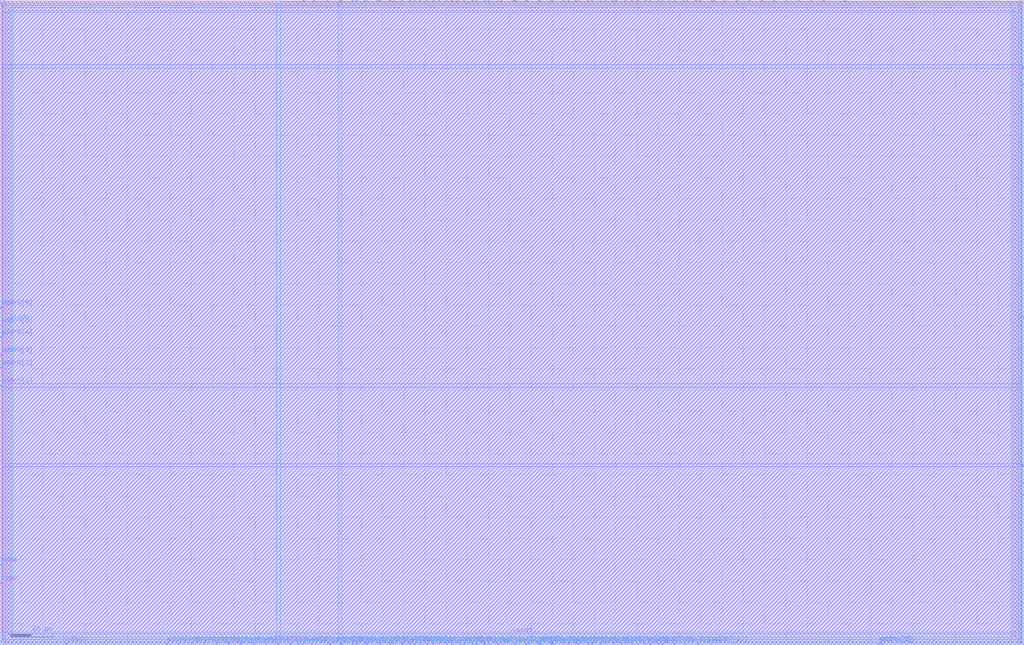
<source format=lef>
VERSION 5.4 ;
NAMESCASESENSITIVE ON ;
BUSBITCHARS "[]" ;
DIVIDERCHAR "/" ;
UNITS
  DATABASE MICRONS 2000 ;
END UNITS
MACRO dcache_data_ram
   CLASS BLOCK ;
   SIZE 482.1 BY 303.8 ;
   SYMMETRY X Y R90 ;
   PIN din0[0]
      DIRECTION INPUT ;
      PORT
         LAYER met4 ;
         RECT  130.82 0.0 131.2 0.38 ;
      END
   END din0[0]
   PIN din0[1]
      DIRECTION INPUT ;
      PORT
         LAYER met4 ;
         RECT  136.66 0.0 137.04 0.38 ;
      END
   END din0[1]
   PIN din0[2]
      DIRECTION INPUT ;
      PORT
         LAYER met4 ;
         RECT  142.5 0.0 142.88 0.38 ;
      END
   END din0[2]
   PIN din0[3]
      DIRECTION INPUT ;
      PORT
         LAYER met4 ;
         RECT  148.34 0.0 148.72 0.38 ;
      END
   END din0[3]
   PIN din0[4]
      DIRECTION INPUT ;
      PORT
         LAYER met4 ;
         RECT  154.18 0.0 154.56 0.38 ;
      END
   END din0[4]
   PIN din0[5]
      DIRECTION INPUT ;
      PORT
         LAYER met4 ;
         RECT  160.02 0.0 160.4 0.38 ;
      END
   END din0[5]
   PIN din0[6]
      DIRECTION INPUT ;
      PORT
         LAYER met4 ;
         RECT  165.86 0.0 166.24 0.38 ;
      END
   END din0[6]
   PIN din0[7]
      DIRECTION INPUT ;
      PORT
         LAYER met4 ;
         RECT  171.7 0.0 172.08 0.38 ;
      END
   END din0[7]
   PIN din0[8]
      DIRECTION INPUT ;
      PORT
         LAYER met4 ;
         RECT  177.54 0.0 177.92 0.38 ;
      END
   END din0[8]
   PIN din0[9]
      DIRECTION INPUT ;
      PORT
         LAYER met4 ;
         RECT  183.38 0.0 183.76 0.38 ;
      END
   END din0[9]
   PIN din0[10]
      DIRECTION INPUT ;
      PORT
         LAYER met4 ;
         RECT  189.22 0.0 189.6 0.38 ;
      END
   END din0[10]
   PIN din0[11]
      DIRECTION INPUT ;
      PORT
         LAYER met4 ;
         RECT  195.06 0.0 195.44 0.38 ;
      END
   END din0[11]
   PIN din0[12]
      DIRECTION INPUT ;
      PORT
         LAYER met4 ;
         RECT  200.9 0.0 201.28 0.38 ;
      END
   END din0[12]
   PIN din0[13]
      DIRECTION INPUT ;
      PORT
         LAYER met4 ;
         RECT  206.74 0.0 207.12 0.38 ;
      END
   END din0[13]
   PIN din0[14]
      DIRECTION INPUT ;
      PORT
         LAYER met4 ;
         RECT  212.58 0.0 212.96 0.38 ;
      END
   END din0[14]
   PIN din0[15]
      DIRECTION INPUT ;
      PORT
         LAYER met4 ;
         RECT  218.42 0.0 218.8 0.38 ;
      END
   END din0[15]
   PIN din0[16]
      DIRECTION INPUT ;
      PORT
         LAYER met4 ;
         RECT  224.26 0.0 224.64 0.38 ;
      END
   END din0[16]
   PIN din0[17]
      DIRECTION INPUT ;
      PORT
         LAYER met4 ;
         RECT  230.1 0.0 230.48 0.38 ;
      END
   END din0[17]
   PIN din0[18]
      DIRECTION INPUT ;
      PORT
         LAYER met4 ;
         RECT  235.94 0.0 236.32 0.38 ;
      END
   END din0[18]
   PIN din0[19]
      DIRECTION INPUT ;
      PORT
         LAYER met4 ;
         RECT  241.78 0.0 242.16 0.38 ;
      END
   END din0[19]
   PIN din0[20]
      DIRECTION INPUT ;
      PORT
         LAYER met4 ;
         RECT  247.62 0.0 248.0 0.38 ;
      END
   END din0[20]
   PIN din0[21]
      DIRECTION INPUT ;
      PORT
         LAYER met4 ;
         RECT  253.46 0.0 253.84 0.38 ;
      END
   END din0[21]
   PIN din0[22]
      DIRECTION INPUT ;
      PORT
         LAYER met4 ;
         RECT  259.3 0.0 259.68 0.38 ;
      END
   END din0[22]
   PIN din0[23]
      DIRECTION INPUT ;
      PORT
         LAYER met4 ;
         RECT  265.14 0.0 265.52 0.38 ;
      END
   END din0[23]
   PIN din0[24]
      DIRECTION INPUT ;
      PORT
         LAYER met4 ;
         RECT  270.98 0.0 271.36 0.38 ;
      END
   END din0[24]
   PIN din0[25]
      DIRECTION INPUT ;
      PORT
         LAYER met4 ;
         RECT  276.82 0.0 277.2 0.38 ;
      END
   END din0[25]
   PIN din0[26]
      DIRECTION INPUT ;
      PORT
         LAYER met4 ;
         RECT  282.66 0.0 283.04 0.38 ;
      END
   END din0[26]
   PIN din0[27]
      DIRECTION INPUT ;
      PORT
         LAYER met4 ;
         RECT  288.5 0.0 288.88 0.38 ;
      END
   END din0[27]
   PIN din0[28]
      DIRECTION INPUT ;
      PORT
         LAYER met4 ;
         RECT  294.34 0.0 294.72 0.38 ;
      END
   END din0[28]
   PIN din0[29]
      DIRECTION INPUT ;
      PORT
         LAYER met4 ;
         RECT  300.18 0.0 300.56 0.38 ;
      END
   END din0[29]
   PIN din0[30]
      DIRECTION INPUT ;
      PORT
         LAYER met4 ;
         RECT  306.02 0.0 306.4 0.38 ;
      END
   END din0[30]
   PIN din0[31]
      DIRECTION INPUT ;
      PORT
         LAYER met4 ;
         RECT  311.86 0.0 312.24 0.38 ;
      END
   END din0[31]
   PIN din1[0]
      DIRECTION INPUT ;
      PORT
         LAYER met4 ;
         RECT  159.88 303.42 160.26 303.8 ;
      END
   END din1[0]
   PIN din1[1]
      DIRECTION INPUT ;
      PORT
         LAYER met4 ;
         RECT  165.72 303.42 166.1 303.8 ;
      END
   END din1[1]
   PIN din1[2]
      DIRECTION INPUT ;
      PORT
         LAYER met4 ;
         RECT  171.56 303.42 171.94 303.8 ;
      END
   END din1[2]
   PIN din1[3]
      DIRECTION INPUT ;
      PORT
         LAYER met4 ;
         RECT  177.4 303.42 177.78 303.8 ;
      END
   END din1[3]
   PIN din1[4]
      DIRECTION INPUT ;
      PORT
         LAYER met4 ;
         RECT  183.24 303.42 183.62 303.8 ;
      END
   END din1[4]
   PIN din1[5]
      DIRECTION INPUT ;
      PORT
         LAYER met4 ;
         RECT  189.08 303.42 189.46 303.8 ;
      END
   END din1[5]
   PIN din1[6]
      DIRECTION INPUT ;
      PORT
         LAYER met4 ;
         RECT  194.92 303.42 195.3 303.8 ;
      END
   END din1[6]
   PIN din1[7]
      DIRECTION INPUT ;
      PORT
         LAYER met4 ;
         RECT  200.76 303.42 201.14 303.8 ;
      END
   END din1[7]
   PIN din1[8]
      DIRECTION INPUT ;
      PORT
         LAYER met4 ;
         RECT  206.6 303.42 206.98 303.8 ;
      END
   END din1[8]
   PIN din1[9]
      DIRECTION INPUT ;
      PORT
         LAYER met4 ;
         RECT  212.44 303.42 212.82 303.8 ;
      END
   END din1[9]
   PIN din1[10]
      DIRECTION INPUT ;
      PORT
         LAYER met4 ;
         RECT  218.28 303.42 218.66 303.8 ;
      END
   END din1[10]
   PIN din1[11]
      DIRECTION INPUT ;
      PORT
         LAYER met4 ;
         RECT  224.12 303.42 224.5 303.8 ;
      END
   END din1[11]
   PIN din1[12]
      DIRECTION INPUT ;
      PORT
         LAYER met4 ;
         RECT  229.96 303.42 230.34 303.8 ;
      END
   END din1[12]
   PIN din1[13]
      DIRECTION INPUT ;
      PORT
         LAYER met4 ;
         RECT  235.8 303.42 236.18 303.8 ;
      END
   END din1[13]
   PIN din1[14]
      DIRECTION INPUT ;
      PORT
         LAYER met4 ;
         RECT  241.64 303.42 242.02 303.8 ;
      END
   END din1[14]
   PIN din1[15]
      DIRECTION INPUT ;
      PORT
         LAYER met4 ;
         RECT  247.48 303.42 247.86 303.8 ;
      END
   END din1[15]
   PIN din1[16]
      DIRECTION INPUT ;
      PORT
         LAYER met4 ;
         RECT  253.32 303.42 253.7 303.8 ;
      END
   END din1[16]
   PIN din1[17]
      DIRECTION INPUT ;
      PORT
         LAYER met4 ;
         RECT  259.16 303.42 259.54 303.8 ;
      END
   END din1[17]
   PIN din1[18]
      DIRECTION INPUT ;
      PORT
         LAYER met4 ;
         RECT  265.0 303.42 265.38 303.8 ;
      END
   END din1[18]
   PIN din1[19]
      DIRECTION INPUT ;
      PORT
         LAYER met4 ;
         RECT  270.84 303.42 271.22 303.8 ;
      END
   END din1[19]
   PIN din1[20]
      DIRECTION INPUT ;
      PORT
         LAYER met4 ;
         RECT  276.68 303.42 277.06 303.8 ;
      END
   END din1[20]
   PIN din1[21]
      DIRECTION INPUT ;
      PORT
         LAYER met4 ;
         RECT  282.52 303.42 282.9 303.8 ;
      END
   END din1[21]
   PIN din1[22]
      DIRECTION INPUT ;
      PORT
         LAYER met4 ;
         RECT  288.36 303.42 288.74 303.8 ;
      END
   END din1[22]
   PIN din1[23]
      DIRECTION INPUT ;
      PORT
         LAYER met4 ;
         RECT  294.2 303.42 294.58 303.8 ;
      END
   END din1[23]
   PIN din1[24]
      DIRECTION INPUT ;
      PORT
         LAYER met4 ;
         RECT  300.04 303.42 300.42 303.8 ;
      END
   END din1[24]
   PIN din1[25]
      DIRECTION INPUT ;
      PORT
         LAYER met4 ;
         RECT  305.88 303.42 306.26 303.8 ;
      END
   END din1[25]
   PIN din1[26]
      DIRECTION INPUT ;
      PORT
         LAYER met4 ;
         RECT  311.72 303.42 312.1 303.8 ;
      END
   END din1[26]
   PIN din1[27]
      DIRECTION INPUT ;
      PORT
         LAYER met4 ;
         RECT  317.56 303.42 317.94 303.8 ;
      END
   END din1[27]
   PIN din1[28]
      DIRECTION INPUT ;
      PORT
         LAYER met4 ;
         RECT  323.4 303.42 323.78 303.8 ;
      END
   END din1[28]
   PIN din1[29]
      DIRECTION INPUT ;
      PORT
         LAYER met4 ;
         RECT  329.24 303.42 329.62 303.8 ;
      END
   END din1[29]
   PIN din1[30]
      DIRECTION INPUT ;
      PORT
         LAYER met4 ;
         RECT  335.08 303.42 335.46 303.8 ;
      END
   END din1[30]
   PIN din1[31]
      DIRECTION INPUT ;
      PORT
         LAYER met4 ;
         RECT  340.92 303.42 341.3 303.8 ;
      END
   END din1[31]
   PIN addr0[0]
      DIRECTION INPUT ;
      PORT
         LAYER met4 ;
         RECT  78.26 0.0 78.64 0.38 ;
      END
   END addr0[0]
   PIN addr0[1]
      DIRECTION INPUT ;
      PORT
         LAYER met3 ;
         RECT  0.0 121.87 0.38 122.25 ;
      END
   END addr0[1]
   PIN addr0[2]
      DIRECTION INPUT ;
      PORT
         LAYER met3 ;
         RECT  0.0 130.37 0.38 130.75 ;
      END
   END addr0[2]
   PIN addr0[3]
      DIRECTION INPUT ;
      PORT
         LAYER met3 ;
         RECT  0.0 136.275 0.38 136.655 ;
      END
   END addr0[3]
   PIN addr0[4]
      DIRECTION INPUT ;
      PORT
         LAYER met3 ;
         RECT  0.0 144.675 0.38 145.055 ;
      END
   END addr0[4]
   PIN addr0[5]
      DIRECTION INPUT ;
      PORT
         LAYER met3 ;
         RECT  0.0 150.15 0.38 150.53 ;
      END
   END addr0[5]
   PIN addr0[6]
      DIRECTION INPUT ;
      PORT
         LAYER met3 ;
         RECT  0.0 158.65 0.38 159.03 ;
      END
   END addr0[6]
   PIN addr1[0]
      DIRECTION INPUT ;
      PORT
         LAYER met4 ;
         RECT  397.62 303.42 398.0 303.8 ;
      END
   END addr1[0]
   PIN addr1[1]
      DIRECTION INPUT ;
      PORT
         LAYER met3 ;
         RECT  481.72 84.385 482.1 84.765 ;
      END
   END addr1[1]
   PIN addr1[2]
      DIRECTION INPUT ;
      PORT
         LAYER met3 ;
         RECT  481.72 75.985 482.1 76.365 ;
      END
   END addr1[2]
   PIN addr1[3]
      DIRECTION INPUT ;
      PORT
         LAYER met3 ;
         RECT  481.72 70.49 482.1 70.87 ;
      END
   END addr1[3]
   PIN addr1[4]
      DIRECTION INPUT ;
      PORT
         LAYER met4 ;
         RECT  413.705 0.0 414.085 0.38 ;
      END
   END addr1[4]
   PIN addr1[5]
      DIRECTION INPUT ;
      PORT
         LAYER met4 ;
         RECT  414.395 0.0 414.775 0.38 ;
      END
   END addr1[5]
   PIN addr1[6]
      DIRECTION INPUT ;
      PORT
         LAYER met4 ;
         RECT  415.14 0.0 415.52 0.38 ;
      END
   END addr1[6]
   PIN csb0
      DIRECTION INPUT ;
      PORT
         LAYER met3 ;
         RECT  0.0 28.89 0.38 29.27 ;
      END
   END csb0
   PIN csb1
      DIRECTION INPUT ;
      PORT
         LAYER met3 ;
         RECT  481.72 272.16 482.1 272.54 ;
      END
   END csb1
   PIN web0
      DIRECTION INPUT ;
      PORT
         LAYER met3 ;
         RECT  0.0 37.39 0.38 37.77 ;
      END
   END web0
   PIN web1
      DIRECTION INPUT ;
      PORT
         LAYER met3 ;
         RECT  481.72 263.66 482.1 264.04 ;
      END
   END web1
   PIN clk0
      DIRECTION INPUT ;
      PORT
         LAYER met4 ;
         RECT  31.1 0.0 31.48 0.38 ;
      END
   END clk0
   PIN clk1
      DIRECTION INPUT ;
      PORT
         LAYER met3 ;
         RECT  481.72 271.415 482.1 271.795 ;
      END
   END clk1
   PIN wmask0[0]
      DIRECTION INPUT ;
      PORT
         LAYER met4 ;
         RECT  84.1 0.0 84.48 0.38 ;
      END
   END wmask0[0]
   PIN wmask0[1]
      DIRECTION INPUT ;
      PORT
         LAYER met4 ;
         RECT  89.94 0.0 90.32 0.38 ;
      END
   END wmask0[1]
   PIN wmask0[2]
      DIRECTION INPUT ;
      PORT
         LAYER met4 ;
         RECT  95.78 0.0 96.16 0.38 ;
      END
   END wmask0[2]
   PIN wmask0[3]
      DIRECTION INPUT ;
      PORT
         LAYER met4 ;
         RECT  101.62 0.0 102.0 0.38 ;
      END
   END wmask0[3]
   PIN wmask0[4]
      DIRECTION INPUT ;
      PORT
         LAYER met4 ;
         RECT  107.46 0.0 107.84 0.38 ;
      END
   END wmask0[4]
   PIN wmask0[5]
      DIRECTION INPUT ;
      PORT
         LAYER met4 ;
         RECT  113.3 0.0 113.68 0.38 ;
      END
   END wmask0[5]
   PIN wmask0[6]
      DIRECTION INPUT ;
      PORT
         LAYER met4 ;
         RECT  119.14 0.0 119.52 0.38 ;
      END
   END wmask0[6]
   PIN wmask0[7]
      DIRECTION INPUT ;
      PORT
         LAYER met4 ;
         RECT  124.98 0.0 125.36 0.38 ;
      END
   END wmask0[7]
   PIN wmask1[0]
      DIRECTION INPUT ;
      PORT
         LAYER met4 ;
         RECT  346.76 303.42 347.14 303.8 ;
      END
   END wmask1[0]
   PIN wmask1[1]
      DIRECTION INPUT ;
      PORT
         LAYER met4 ;
         RECT  352.6 303.42 352.98 303.8 ;
      END
   END wmask1[1]
   PIN wmask1[2]
      DIRECTION INPUT ;
      PORT
         LAYER met4 ;
         RECT  358.44 303.42 358.82 303.8 ;
      END
   END wmask1[2]
   PIN wmask1[3]
      DIRECTION INPUT ;
      PORT
         LAYER met4 ;
         RECT  364.28 303.42 364.66 303.8 ;
      END
   END wmask1[3]
   PIN wmask1[4]
      DIRECTION INPUT ;
      PORT
         LAYER met4 ;
         RECT  370.12 303.42 370.5 303.8 ;
      END
   END wmask1[4]
   PIN wmask1[5]
      DIRECTION INPUT ;
      PORT
         LAYER met4 ;
         RECT  375.96 303.42 376.34 303.8 ;
      END
   END wmask1[5]
   PIN wmask1[6]
      DIRECTION INPUT ;
      PORT
         LAYER met4 ;
         RECT  381.8 303.42 382.18 303.8 ;
      END
   END wmask1[6]
   PIN wmask1[7]
      DIRECTION INPUT ;
      PORT
         LAYER met4 ;
         RECT  387.64 303.42 388.02 303.8 ;
      END
   END wmask1[7]
   PIN dout0[0]
      DIRECTION OUTPUT ;
      PORT
         LAYER met4 ;
         RECT  140.12 0.0 140.5 0.38 ;
      END
   END dout0[0]
   PIN dout0[1]
      DIRECTION OUTPUT ;
      PORT
         LAYER met4 ;
         RECT  146.535 0.0 146.915 0.38 ;
      END
   END dout0[1]
   PIN dout0[2]
      DIRECTION OUTPUT ;
      PORT
         LAYER met4 ;
         RECT  155.245 0.0 155.625 0.38 ;
      END
   END dout0[2]
   PIN dout0[3]
      DIRECTION OUTPUT ;
      PORT
         LAYER met4 ;
         RECT  160.71 0.0 161.09 0.38 ;
      END
   END dout0[3]
   PIN dout0[4]
      DIRECTION OUTPUT ;
      PORT
         LAYER met4 ;
         RECT  167.725 0.0 168.105 0.38 ;
      END
   END dout0[4]
   PIN dout0[5]
      DIRECTION OUTPUT ;
      PORT
         LAYER met4 ;
         RECT  172.585 0.0 172.965 0.38 ;
      END
   END dout0[5]
   PIN dout0[6]
      DIRECTION OUTPUT ;
      PORT
         LAYER met4 ;
         RECT  178.825 0.0 179.205 0.38 ;
      END
   END dout0[6]
   PIN dout0[7]
      DIRECTION OUTPUT ;
      PORT
         LAYER met4 ;
         RECT  185.065 0.0 185.445 0.38 ;
      END
   END dout0[7]
   PIN dout0[8]
      DIRECTION OUTPUT ;
      PORT
         LAYER met4 ;
         RECT  192.685 0.0 193.065 0.38 ;
      END
   END dout0[8]
   PIN dout0[9]
      DIRECTION OUTPUT ;
      PORT
         LAYER met4 ;
         RECT  197.545 0.0 197.925 0.38 ;
      END
   END dout0[9]
   PIN dout0[10]
      DIRECTION OUTPUT ;
      PORT
         LAYER met4 ;
         RECT  203.785 0.0 204.165 0.38 ;
      END
   END dout0[10]
   PIN dout0[11]
      DIRECTION OUTPUT ;
      PORT
         LAYER met4 ;
         RECT  210.025 0.0 210.405 0.38 ;
      END
   END dout0[11]
   PIN dout0[12]
      DIRECTION OUTPUT ;
      PORT
         LAYER met4 ;
         RECT  216.52 0.0 216.9 0.38 ;
      END
   END dout0[12]
   PIN dout0[13]
      DIRECTION OUTPUT ;
      PORT
         LAYER met4 ;
         RECT  222.455 0.0 222.835 0.38 ;
      END
   END dout0[13]
   PIN dout0[14]
      DIRECTION OUTPUT ;
      PORT
         LAYER met4 ;
         RECT  228.06 0.0 228.44 0.38 ;
      END
   END dout0[14]
   PIN dout0[15]
      DIRECTION OUTPUT ;
      PORT
         LAYER met4 ;
         RECT  234.135 0.0 234.515 0.38 ;
      END
   END dout0[15]
   PIN dout0[16]
      DIRECTION OUTPUT ;
      PORT
         LAYER met4 ;
         RECT  242.605 0.0 242.985 0.38 ;
      END
   END dout0[16]
   PIN dout0[17]
      DIRECTION OUTPUT ;
      PORT
         LAYER met4 ;
         RECT  248.845 0.0 249.225 0.38 ;
      END
   END dout0[17]
   PIN dout0[18]
      DIRECTION OUTPUT ;
      PORT
         LAYER met4 ;
         RECT  254.15 0.0 254.53 0.38 ;
      END
   END dout0[18]
   PIN dout0[19]
      DIRECTION OUTPUT ;
      PORT
         LAYER met4 ;
         RECT  260.005 0.0 260.385 0.38 ;
      END
   END dout0[19]
   PIN dout0[20]
      DIRECTION OUTPUT ;
      PORT
         LAYER met4 ;
         RECT  267.565 0.0 267.945 0.38 ;
      END
   END dout0[20]
   PIN dout0[21]
      DIRECTION OUTPUT ;
      PORT
         LAYER met4 ;
         RECT  272.425 0.0 272.805 0.38 ;
      END
   END dout0[21]
   PIN dout0[22]
      DIRECTION OUTPUT ;
      PORT
         LAYER met4 ;
         RECT  278.665 0.0 279.045 0.38 ;
      END
   END dout0[22]
   PIN dout0[23]
      DIRECTION OUTPUT ;
      PORT
         LAYER met4 ;
         RECT  284.905 0.0 285.285 0.38 ;
      END
   END dout0[23]
   PIN dout0[24]
      DIRECTION OUTPUT ;
      PORT
         LAYER met4 ;
         RECT  292.525 0.0 292.905 0.38 ;
      END
   END dout0[24]
   PIN dout0[25]
      DIRECTION OUTPUT ;
      PORT
         LAYER met4 ;
         RECT  297.385 0.0 297.765 0.38 ;
      END
   END dout0[25]
   PIN dout0[26]
      DIRECTION OUTPUT ;
      PORT
         LAYER met4 ;
         RECT  303.625 0.0 304.005 0.38 ;
      END
   END dout0[26]
   PIN dout0[27]
      DIRECTION OUTPUT ;
      PORT
         LAYER met4 ;
         RECT  309.865 0.0 310.245 0.38 ;
      END
   END dout0[27]
   PIN dout0[28]
      DIRECTION OUTPUT ;
      PORT
         LAYER met4 ;
         RECT  317.485 0.0 317.865 0.38 ;
      END
   END dout0[28]
   PIN dout0[29]
      DIRECTION OUTPUT ;
      PORT
         LAYER met4 ;
         RECT  322.345 0.0 322.725 0.38 ;
      END
   END dout0[29]
   PIN dout0[30]
      DIRECTION OUTPUT ;
      PORT
         LAYER met4 ;
         RECT  328.585 0.0 328.965 0.38 ;
      END
   END dout0[30]
   PIN dout0[31]
      DIRECTION OUTPUT ;
      PORT
         LAYER met4 ;
         RECT  334.825 0.0 335.205 0.38 ;
      END
   END dout0[31]
   PIN dout1[0]
      DIRECTION OUTPUT ;
      PORT
         LAYER met4 ;
         RECT  142.765 303.42 143.145 303.8 ;
      END
   END dout1[0]
   PIN dout1[1]
      DIRECTION OUTPUT ;
      PORT
         LAYER met4 ;
         RECT  147.625 303.42 148.005 303.8 ;
      END
   END dout1[1]
   PIN dout1[2]
      DIRECTION OUTPUT ;
      PORT
         LAYER met4 ;
         RECT  153.865 303.42 154.245 303.8 ;
      END
   END dout1[2]
   PIN dout1[3]
      DIRECTION OUTPUT ;
      PORT
         LAYER met4 ;
         RECT  160.57 303.42 160.95 303.8 ;
      END
   END dout1[3]
   PIN dout1[4]
      DIRECTION OUTPUT ;
      PORT
         LAYER met4 ;
         RECT  167.725 303.42 168.105 303.8 ;
      END
   END dout1[4]
   PIN dout1[5]
      DIRECTION OUTPUT ;
      PORT
         LAYER met4 ;
         RECT  172.585 303.42 172.965 303.8 ;
      END
   END dout1[5]
   PIN dout1[6]
      DIRECTION OUTPUT ;
      PORT
         LAYER met4 ;
         RECT  178.825 303.42 179.205 303.8 ;
      END
   END dout1[6]
   PIN dout1[7]
      DIRECTION OUTPUT ;
      PORT
         LAYER met4 ;
         RECT  185.065 303.42 185.445 303.8 ;
      END
   END dout1[7]
   PIN dout1[8]
      DIRECTION OUTPUT ;
      PORT
         LAYER met4 ;
         RECT  192.685 303.42 193.065 303.8 ;
      END
   END dout1[8]
   PIN dout1[9]
      DIRECTION OUTPUT ;
      PORT
         LAYER met4 ;
         RECT  197.545 303.42 197.925 303.8 ;
      END
   END dout1[9]
   PIN dout1[10]
      DIRECTION OUTPUT ;
      PORT
         LAYER met4 ;
         RECT  203.785 303.42 204.165 303.8 ;
      END
   END dout1[10]
   PIN dout1[11]
      DIRECTION OUTPUT ;
      PORT
         LAYER met4 ;
         RECT  210.025 303.42 210.405 303.8 ;
      END
   END dout1[11]
   PIN dout1[12]
      DIRECTION OUTPUT ;
      PORT
         LAYER met4 ;
         RECT  215.0 303.42 215.38 303.8 ;
      END
   END dout1[12]
   PIN dout1[13]
      DIRECTION OUTPUT ;
      PORT
         LAYER met4 ;
         RECT  222.315 303.42 222.695 303.8 ;
      END
   END dout1[13]
   PIN dout1[14]
      DIRECTION OUTPUT ;
      PORT
         LAYER met4 ;
         RECT  228.06 303.42 228.44 303.8 ;
      END
   END dout1[14]
   PIN dout1[15]
      DIRECTION OUTPUT ;
      PORT
         LAYER met4 ;
         RECT  233.995 303.42 234.375 303.8 ;
      END
   END dout1[15]
   PIN dout1[16]
      DIRECTION OUTPUT ;
      PORT
         LAYER met4 ;
         RECT  242.605 303.42 242.985 303.8 ;
      END
   END dout1[16]
   PIN dout1[17]
      DIRECTION OUTPUT ;
      PORT
         LAYER met4 ;
         RECT  248.17 303.42 248.55 303.8 ;
      END
   END dout1[17]
   PIN dout1[18]
      DIRECTION OUTPUT ;
      PORT
         LAYER met4 ;
         RECT  254.01 303.42 254.39 303.8 ;
      END
   END dout1[18]
   PIN dout1[19]
      DIRECTION OUTPUT ;
      PORT
         LAYER met4 ;
         RECT  259.945 303.42 260.325 303.8 ;
      END
   END dout1[19]
   PIN dout1[20]
      DIRECTION OUTPUT ;
      PORT
         LAYER met4 ;
         RECT  267.565 303.42 267.945 303.8 ;
      END
   END dout1[20]
   PIN dout1[21]
      DIRECTION OUTPUT ;
      PORT
         LAYER met4 ;
         RECT  272.425 303.42 272.805 303.8 ;
      END
   END dout1[21]
   PIN dout1[22]
      DIRECTION OUTPUT ;
      PORT
         LAYER met4 ;
         RECT  278.665 303.42 279.045 303.8 ;
      END
   END dout1[22]
   PIN dout1[23]
      DIRECTION OUTPUT ;
      PORT
         LAYER met4 ;
         RECT  284.905 303.42 285.285 303.8 ;
      END
   END dout1[23]
   PIN dout1[24]
      DIRECTION OUTPUT ;
      PORT
         LAYER met4 ;
         RECT  289.88 303.42 290.26 303.8 ;
      END
   END dout1[24]
   PIN dout1[25]
      DIRECTION OUTPUT ;
      PORT
         LAYER met4 ;
         RECT  297.385 303.42 297.765 303.8 ;
      END
   END dout1[25]
   PIN dout1[26]
      DIRECTION OUTPUT ;
      PORT
         LAYER met4 ;
         RECT  303.625 303.42 304.005 303.8 ;
      END
   END dout1[26]
   PIN dout1[27]
      DIRECTION OUTPUT ;
      PORT
         LAYER met4 ;
         RECT  309.865 303.42 310.245 303.8 ;
      END
   END dout1[27]
   PIN dout1[28]
      DIRECTION OUTPUT ;
      PORT
         LAYER met4 ;
         RECT  314.84 303.42 315.22 303.8 ;
      END
   END dout1[28]
   PIN dout1[29]
      DIRECTION OUTPUT ;
      PORT
         LAYER met4 ;
         RECT  321.595 303.42 321.975 303.8 ;
      END
   END dout1[29]
   PIN dout1[30]
      DIRECTION OUTPUT ;
      PORT
         LAYER met4 ;
         RECT  327.435 303.42 327.815 303.8 ;
      END
   END dout1[30]
   PIN dout1[31]
      DIRECTION OUTPUT ;
      PORT
         LAYER met4 ;
         RECT  336.205 303.42 336.585 303.8 ;
      END
   END dout1[31]
   PIN vccd1
      DIRECTION INOUT ;
      USE POWER ; 
      SHAPE ABUTMENT ; 
      PORT
         LAYER met3 ;
         RECT  0.0 0.0 482.1 1.74 ;
         LAYER met4 ;
         RECT  0.0 0.0 1.74 303.8 ;
         LAYER met3 ;
         RECT  0.0 302.06 482.1 303.8 ;
         LAYER met4 ;
         RECT  480.36 0.0 482.1 303.8 ;
      END
   END vccd1
   PIN vssd1
      DIRECTION INOUT ;
      USE GROUND ; 
      SHAPE ABUTMENT ; 
      PORT
         LAYER met3 ;
         RECT  3.48 298.58 478.62 300.32 ;
         LAYER met4 ;
         RECT  476.88 3.48 478.62 300.32 ;
         LAYER met4 ;
         RECT  3.48 3.48 5.22 300.32 ;
         LAYER met3 ;
         RECT  3.48 3.48 478.62 5.22 ;
      END
   END vssd1
   OBS
   LAYER  met1 ;
      RECT  0.62 0.62 481.48 303.18 ;
   LAYER  met2 ;
      RECT  0.62 0.62 481.48 303.18 ;
   LAYER  met3 ;
      RECT  0.98 121.27 481.48 122.85 ;
      RECT  0.62 122.85 0.98 129.77 ;
      RECT  0.62 131.35 0.98 135.675 ;
      RECT  0.62 137.255 0.98 144.075 ;
      RECT  0.62 145.655 0.98 149.55 ;
      RECT  0.62 151.13 0.98 158.05 ;
      RECT  0.98 83.785 481.12 85.365 ;
      RECT  0.98 85.365 481.12 121.27 ;
      RECT  481.12 85.365 481.48 121.27 ;
      RECT  481.12 76.965 481.48 83.785 ;
      RECT  481.12 71.47 481.48 75.385 ;
      RECT  0.98 122.85 481.12 271.56 ;
      RECT  0.98 271.56 481.12 273.14 ;
      RECT  0.62 29.87 0.98 36.79 ;
      RECT  0.62 38.37 0.98 121.27 ;
      RECT  481.12 122.85 481.48 263.06 ;
      RECT  481.12 264.64 481.48 270.815 ;
      RECT  481.12 2.34 481.48 69.89 ;
      RECT  0.62 2.34 0.98 28.29 ;
      RECT  0.62 159.63 0.98 301.46 ;
      RECT  481.12 273.14 481.48 301.46 ;
      RECT  0.98 273.14 2.88 297.98 ;
      RECT  0.98 297.98 2.88 300.92 ;
      RECT  0.98 300.92 2.88 301.46 ;
      RECT  2.88 273.14 479.22 297.98 ;
      RECT  2.88 300.92 479.22 301.46 ;
      RECT  479.22 273.14 481.12 297.98 ;
      RECT  479.22 297.98 481.12 300.92 ;
      RECT  479.22 300.92 481.12 301.46 ;
      RECT  0.98 2.34 2.88 2.88 ;
      RECT  0.98 2.88 2.88 5.82 ;
      RECT  0.98 5.82 2.88 83.785 ;
      RECT  2.88 2.34 479.22 2.88 ;
      RECT  2.88 5.82 479.22 83.785 ;
      RECT  479.22 2.34 481.12 2.88 ;
      RECT  479.22 2.88 481.12 5.82 ;
      RECT  479.22 5.82 481.12 83.785 ;
   LAYER  met4 ;
      RECT  130.22 0.98 131.8 303.18 ;
      RECT  131.8 0.62 136.06 0.98 ;
      RECT  149.32 0.62 153.58 0.98 ;
      RECT  236.92 0.62 241.18 0.98 ;
      RECT  131.8 0.98 159.28 302.82 ;
      RECT  159.28 0.98 160.86 302.82 ;
      RECT  236.78 302.82 241.04 303.18 ;
      RECT  330.22 302.82 334.48 303.18 ;
      RECT  32.08 0.62 77.66 0.98 ;
      RECT  79.24 0.62 83.5 0.98 ;
      RECT  85.08 0.62 89.34 0.98 ;
      RECT  90.92 0.62 95.18 0.98 ;
      RECT  96.76 0.62 101.02 0.98 ;
      RECT  102.6 0.62 106.86 0.98 ;
      RECT  108.44 0.62 112.7 0.98 ;
      RECT  114.28 0.62 118.54 0.98 ;
      RECT  120.12 0.62 124.38 0.98 ;
      RECT  125.96 0.62 130.22 0.98 ;
      RECT  341.9 302.82 346.16 303.18 ;
      RECT  347.74 302.82 352.0 303.18 ;
      RECT  353.58 302.82 357.84 303.18 ;
      RECT  359.42 302.82 363.68 303.18 ;
      RECT  365.26 302.82 369.52 303.18 ;
      RECT  371.1 302.82 375.36 303.18 ;
      RECT  376.94 302.82 381.2 303.18 ;
      RECT  382.78 302.82 387.04 303.18 ;
      RECT  388.62 302.82 397.02 303.18 ;
      RECT  137.64 0.62 139.52 0.98 ;
      RECT  141.1 0.62 141.9 0.98 ;
      RECT  143.48 0.62 145.935 0.98 ;
      RECT  147.515 0.62 147.74 0.98 ;
      RECT  156.225 0.62 159.42 0.98 ;
      RECT  161.69 0.62 165.26 0.98 ;
      RECT  166.84 0.62 167.125 0.98 ;
      RECT  168.705 0.62 171.1 0.98 ;
      RECT  173.565 0.62 176.94 0.98 ;
      RECT  179.805 0.62 182.78 0.98 ;
      RECT  184.36 0.62 184.465 0.98 ;
      RECT  186.045 0.62 188.62 0.98 ;
      RECT  190.2 0.62 192.085 0.98 ;
      RECT  193.665 0.62 194.46 0.98 ;
      RECT  196.04 0.62 196.945 0.98 ;
      RECT  198.525 0.62 200.3 0.98 ;
      RECT  201.88 0.62 203.185 0.98 ;
      RECT  204.765 0.62 206.14 0.98 ;
      RECT  207.72 0.62 209.425 0.98 ;
      RECT  211.005 0.62 211.98 0.98 ;
      RECT  213.56 0.62 215.92 0.98 ;
      RECT  217.5 0.62 217.82 0.98 ;
      RECT  219.4 0.62 221.855 0.98 ;
      RECT  223.435 0.62 223.66 0.98 ;
      RECT  225.24 0.62 227.46 0.98 ;
      RECT  229.04 0.62 229.5 0.98 ;
      RECT  231.08 0.62 233.535 0.98 ;
      RECT  235.115 0.62 235.34 0.98 ;
      RECT  243.585 0.62 247.02 0.98 ;
      RECT  249.825 0.62 252.86 0.98 ;
      RECT  255.13 0.62 258.7 0.98 ;
      RECT  260.985 0.62 264.54 0.98 ;
      RECT  266.12 0.62 266.965 0.98 ;
      RECT  268.545 0.62 270.38 0.98 ;
      RECT  273.405 0.62 276.22 0.98 ;
      RECT  277.8 0.62 278.065 0.98 ;
      RECT  279.645 0.62 282.06 0.98 ;
      RECT  283.64 0.62 284.305 0.98 ;
      RECT  285.885 0.62 287.9 0.98 ;
      RECT  289.48 0.62 291.925 0.98 ;
      RECT  293.505 0.62 293.74 0.98 ;
      RECT  295.32 0.62 296.785 0.98 ;
      RECT  298.365 0.62 299.58 0.98 ;
      RECT  301.16 0.62 303.025 0.98 ;
      RECT  304.605 0.62 305.42 0.98 ;
      RECT  307.0 0.62 309.265 0.98 ;
      RECT  310.845 0.62 311.26 0.98 ;
      RECT  312.84 0.62 316.885 0.98 ;
      RECT  318.465 0.62 321.745 0.98 ;
      RECT  323.325 0.62 327.985 0.98 ;
      RECT  329.565 0.62 334.225 0.98 ;
      RECT  335.805 0.62 413.105 0.98 ;
      RECT  131.8 302.82 142.165 303.18 ;
      RECT  143.745 302.82 147.025 303.18 ;
      RECT  148.605 302.82 153.265 303.18 ;
      RECT  154.845 302.82 159.28 303.18 ;
      RECT  161.55 302.82 165.12 303.18 ;
      RECT  166.7 302.82 167.125 303.18 ;
      RECT  168.705 302.82 170.96 303.18 ;
      RECT  173.565 302.82 176.8 303.18 ;
      RECT  179.805 302.82 182.64 303.18 ;
      RECT  184.22 302.82 184.465 303.18 ;
      RECT  186.045 302.82 188.48 303.18 ;
      RECT  190.06 302.82 192.085 303.18 ;
      RECT  193.665 302.82 194.32 303.18 ;
      RECT  195.9 302.82 196.945 303.18 ;
      RECT  198.525 302.82 200.16 303.18 ;
      RECT  201.74 302.82 203.185 303.18 ;
      RECT  204.765 302.82 206.0 303.18 ;
      RECT  207.58 302.82 209.425 303.18 ;
      RECT  211.005 302.82 211.84 303.18 ;
      RECT  213.42 302.82 214.4 303.18 ;
      RECT  215.98 302.82 217.68 303.18 ;
      RECT  219.26 302.82 221.715 303.18 ;
      RECT  223.295 302.82 223.52 303.18 ;
      RECT  225.1 302.82 227.46 303.18 ;
      RECT  229.04 302.82 229.36 303.18 ;
      RECT  230.94 302.82 233.395 303.18 ;
      RECT  234.975 302.82 235.2 303.18 ;
      RECT  243.585 302.82 246.88 303.18 ;
      RECT  249.15 302.82 252.72 303.18 ;
      RECT  254.99 302.82 258.56 303.18 ;
      RECT  260.925 302.82 264.4 303.18 ;
      RECT  265.98 302.82 266.965 303.18 ;
      RECT  268.545 302.82 270.24 303.18 ;
      RECT  271.82 302.82 271.825 303.18 ;
      RECT  273.405 302.82 276.08 303.18 ;
      RECT  277.66 302.82 278.065 303.18 ;
      RECT  279.645 302.82 281.92 303.18 ;
      RECT  283.5 302.82 284.305 303.18 ;
      RECT  285.885 302.82 287.76 303.18 ;
      RECT  290.86 302.82 293.6 303.18 ;
      RECT  295.18 302.82 296.785 303.18 ;
      RECT  298.365 302.82 299.44 303.18 ;
      RECT  301.02 302.82 303.025 303.18 ;
      RECT  304.605 302.82 305.28 303.18 ;
      RECT  306.86 302.82 309.265 303.18 ;
      RECT  310.845 302.82 311.12 303.18 ;
      RECT  312.7 302.82 314.24 303.18 ;
      RECT  315.82 302.82 316.96 303.18 ;
      RECT  318.54 302.82 320.995 303.18 ;
      RECT  322.575 302.82 322.8 303.18 ;
      RECT  324.38 302.82 326.835 303.18 ;
      RECT  328.415 302.82 328.64 303.18 ;
      RECT  337.185 302.82 340.32 303.18 ;
      RECT  2.34 0.62 30.5 0.98 ;
      RECT  398.6 302.82 479.76 303.18 ;
      RECT  416.12 0.62 479.76 0.98 ;
      RECT  160.86 0.98 476.28 2.88 ;
      RECT  160.86 2.88 476.28 300.92 ;
      RECT  160.86 300.92 476.28 302.82 ;
      RECT  476.28 0.98 479.22 2.88 ;
      RECT  476.28 300.92 479.22 302.82 ;
      RECT  479.22 0.98 479.76 2.88 ;
      RECT  479.22 2.88 479.76 300.92 ;
      RECT  479.22 300.92 479.76 302.82 ;
      RECT  2.34 0.98 2.88 2.88 ;
      RECT  2.34 2.88 2.88 300.92 ;
      RECT  2.34 300.92 2.88 303.18 ;
      RECT  2.88 0.98 5.82 2.88 ;
      RECT  2.88 300.92 5.82 303.18 ;
      RECT  5.82 0.98 130.22 2.88 ;
      RECT  5.82 2.88 130.22 300.92 ;
      RECT  5.82 300.92 130.22 303.18 ;
   END
END    dcache_data_ram
END    LIBRARY

</source>
